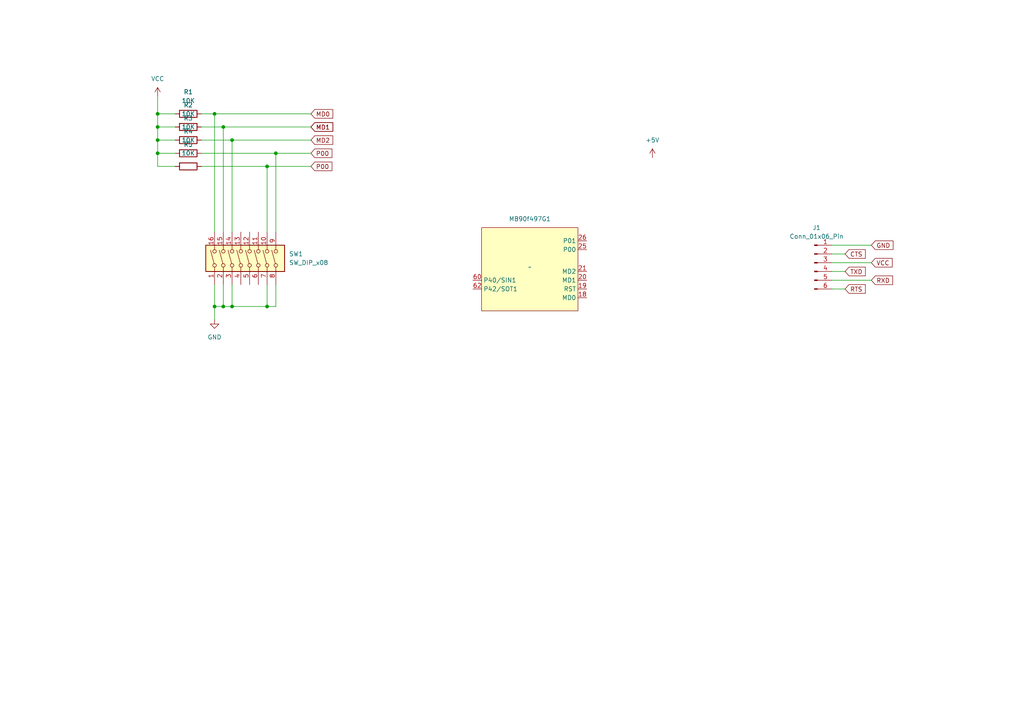
<source format=kicad_sch>
(kicad_sch (version 20230121) (generator eeschema)
  (paper "A4")
  (lib_symbols
    (symbol "Connector:Conn_01x06_Pin" (pin_names (offset 1.016) hide)
      (property "Reference" "J" (at 0 7.62 0))
      (property "Value" "Conn_01x06_Pin" (at 0 -10.16 0))
      (symbol "Conn_01x06_Pin_1_1"
        (polyline (pts (xy 1.27 -7.62) (xy 0.8636 -7.62)) (stroke (width 0.1524)))
        (polyline (pts (xy 1.27 -5.08) (xy 0.8636 -5.08)) (stroke (width 0.1524)))
        (polyline (pts (xy 1.27 -2.54) (xy 0.8636 -2.54)) (stroke (width 0.1524)))
        (polyline (pts (xy 1.27 0) (xy 0.8636 0)) (stroke (width 0.1524)))
        (polyline (pts (xy 1.27 2.54) (xy 0.8636 2.54)) (stroke (width 0.1524)))
        (polyline (pts (xy 1.27 5.08) (xy 0.8636 5.08)) (stroke (width 0.1524)))
        (rectangle (start 0.8636 -7.493) (end 0 -7.747) (stroke (width 0.1524)) (fill (type outline)))
        (rectangle (start 0.8636 -4.953) (end 0 -5.207) (stroke (width 0.1524)) (fill (type outline)))
        (rectangle (start 0.8636 -2.413) (end 0 -2.667) (stroke (width 0.1524)) (fill (type outline)))
        (rectangle (start 0.8636 0.127) (end 0 -0.127) (stroke (width 0.1524)) (fill (type outline)))
        (rectangle (start 0.8636 2.667) (end 0 2.413) (stroke (width 0.1524)) (fill (type outline)))
        (rectangle (start 0.8636 5.207) (end 0 4.953) (stroke (width 0.1524)) (fill (type outline)))
        (pin passive line (at 5.08 5.08 180) (length 3.81) (name "Pin_1") (number "1"))
        (pin passive line (at 5.08 2.54 180) (length 3.81) (name "Pin_2") (number "2"))
        (pin passive line (at 5.08 0 180) (length 3.81) (name "Pin_3") (number "3"))
        (pin passive line (at 5.08 -2.54 180) (length 3.81) (name "Pin_4") (number "4"))
        (pin passive line (at 5.08 -5.08 180) (length 3.81) (name "Pin_5") (number "5"))
        (pin passive line (at 5.08 -7.62 180) (length 3.81) (name "Pin_6") (number "6"))
      )
    )
    (symbol "Device:R" (pin_numbers hide) (pin_names (offset 0))
      (property "Reference" "R" (at 2.032 0 90))
      (property "Value" "R" (at 0 0 90))
      (symbol "R_0_1"
        (rectangle (start -1.016 -2.54) (end 1.016 2.54) (stroke (width 0.254)))
      )
      (symbol "R_1_1"
        (pin passive line (at 0 3.81 270) (length 1.27) (name "~") (number "1"))
        (pin passive line (at 0 -3.81 90) (length 1.27) (name "~") (number "2"))
      )
    )
    (symbol "Library:MB90f497G"
      (property "Reference" "MB90f497G" (at 0 15.24 0))
      (symbol "MB90f497G_1_1"
        (rectangle (start -13.97 11.43) (end 13.97 -12.7) (fill (type background)))
        (pin input line (at 16.51 -8.89 180) (length 2.54) (name "MD0") (number "18"))
        (pin input line (at 16.51 -6.35 180) (length 2.54) (name "RST") (number "19"))
        (pin input line (at 16.51 -3.81 180) (length 2.54) (name "MD1") (number "20"))
        (pin input line (at 16.51 -1.27 180) (length 2.54) (name "MD2") (number "21"))
        (pin input line (at 16.51 5.08 180) (length 2.54) (name "P00") (number "25"))
        (pin input line (at 16.51 7.62 180) (length 2.54) (name "P01") (number "26"))
        (pin input line (at -16.51 -3.81 0) (length 2.54) (name "P40/SIN1") (number "60"))
        (pin input line (at -16.51 -6.35 0) (length 2.54) (name "P42/SOT1") (number "62"))
      )
    )
    (symbol "Switch:SW_DIP_x08" (pin_names (offset 0) hide)
      (property "Reference" "SW" (at 0 13.97 0))
      (property "Value" "SW_DIP_x08" (at 0 -11.43 0))
      (symbol "SW_DIP_x08_0_0"
        (circle (center -2.032 -7.62) (radius 0.508))
        (circle (center -2.032 -5.08) (radius 0.508))
        (circle (center -2.032 -2.54) (radius 0.508))
        (circle (center -2.032 0) (radius 0.508))
        (circle (center -2.032 2.54) (radius 0.508))
        (circle (center -2.032 5.08) (radius 0.508))
        (circle (center -2.032 7.62) (radius 0.508))
        (circle (center -2.032 10.16) (radius 0.508))
        (polyline (pts (xy -1.524 -7.4676) (xy 2.3622 -6.4262)))
        (polyline (pts (xy -1.524 -4.9276) (xy 2.3622 -3.8862)))
        (polyline (pts (xy -1.524 -2.3876) (xy 2.3622 -1.3462)))
        (polyline (pts (xy -1.524 0.127) (xy 2.3622 1.1684)))
        (polyline (pts (xy -1.524 2.667) (xy 2.3622 3.7084)))
        (polyline (pts (xy -1.524 5.207) (xy 2.3622 6.2484)))
        (polyline (pts (xy -1.524 7.747) (xy 2.3622 8.7884)))
        (polyline (pts (xy -1.524 10.287) (xy 2.3622 11.3284)))
        (circle (center 2.032 -7.62) (radius 0.508))
        (circle (center 2.032 -5.08) (radius 0.508))
        (circle (center 2.032 -2.54) (radius 0.508))
        (circle (center 2.032 0) (radius 0.508))
        (circle (center 2.032 2.54) (radius 0.508))
        (circle (center 2.032 5.08) (radius 0.508))
        (circle (center 2.032 7.62) (radius 0.508))
        (circle (center 2.032 10.16) (radius 0.508))
      )
      (symbol "SW_DIP_x08_0_1"
        (rectangle (start -3.81 12.7) (end 3.81 -10.16) (stroke (width 0.254)) (fill (type background)))
      )
      (symbol "SW_DIP_x08_1_1"
        (pin passive line (at -7.62 10.16 0) (length 5.08) (name "~") (number "1"))
        (pin passive line (at 7.62 -5.08 180) (length 5.08) (name "~") (number "10"))
        (pin passive line (at 7.62 -2.54 180) (length 5.08) (name "~") (number "11"))
        (pin passive line (at 7.62 0 180) (length 5.08) (name "~") (number "12"))
        (pin passive line (at 7.62 2.54 180) (length 5.08) (name "~") (number "13"))
        (pin passive line (at 7.62 5.08 180) (length 5.08) (name "~") (number "14"))
        (pin passive line (at 7.62 7.62 180) (length 5.08) (name "~") (number "15"))
        (pin passive line (at 7.62 10.16 180) (length 5.08) (name "~") (number "16"))
        (pin passive line (at -7.62 7.62 0) (length 5.08) (name "~") (number "2"))
        (pin passive line (at -7.62 5.08 0) (length 5.08) (name "~") (number "3"))
        (pin passive line (at -7.62 2.54 0) (length 5.08) (name "~") (number "4"))
        (pin passive line (at -7.62 0 0) (length 5.08) (name "~") (number "5"))
        (pin passive line (at -7.62 -2.54 0) (length 5.08) (name "~") (number "6"))
        (pin passive line (at -7.62 -5.08 0) (length 5.08) (name "~") (number "7"))
        (pin passive line (at -7.62 -7.62 0) (length 5.08) (name "~") (number "8"))
        (pin passive line (at 7.62 -7.62 180) (length 5.08) (name "~") (number "9"))
      )
    )
    (symbol "power:+5V" (power) (pin_names (offset 0))
      (property "Value" "+5V" (at 0 3.556 0))
      (symbol "+5V_0_1"
        (polyline (pts (xy -0.762 1.27) (xy 0 2.54)))
        (polyline (pts (xy 0 0) (xy 0 2.54)))
        (polyline (pts (xy 0 2.54) (xy 0.762 1.27)))
      )
      (symbol "+5V_1_1"
        (pin power_in line (at 0 0 90) (length 0) hide (name "+5V") (number "1"))
      )
    )
    (symbol "power:GND" (power) (pin_names (offset 0))
      (property "Value" "GND" (at 0 -3.81 0))
      (symbol "GND_0_1"
        (polyline (pts (xy 0 0) (xy 0 -1.27) (xy 1.27 -1.27) (xy 0 -2.54) (xy -1.27 -1.27) (xy 0 -1.27)))
      )
      (symbol "GND_1_1"
        (pin power_in line (at 0 0 270) (length 0) hide (name "GND") (number "1"))
      )
    )
    (symbol "power:VCC" (power) (pin_names (offset 0))
      (property "Value" "VCC" (at 0 3.81 0))
      (symbol "VCC_0_1"
        (polyline (pts (xy -0.762 1.27) (xy 0 2.54)))
        (polyline (pts (xy 0 0) (xy 0 2.54)))
        (polyline (pts (xy 0 2.54) (xy 0.762 1.27)))
      )
      (symbol "VCC_1_1"
        (pin power_in line (at 0 0 90) (length 0) hide (name "VCC") (number "1"))
      )
    )
  )
  (junction (at 45.72 40.64))
  (junction (at 77.47 88.9))
  (junction (at 45.72 44.45))
  (junction (at 45.72 33.02))
  (junction (at 64.77 88.9))
  (junction (at 62.23 88.9))
  (junction (at 64.77 36.83))
  (junction (at 45.72 36.83))
  (junction (at 77.47 48.26))
  (junction (at 80.01 44.45))
  (junction (at 67.31 88.9))
  (junction (at 67.31 40.64))
  (junction (at 62.23 33.02))
  (wire (pts (xy 67.31 40.64) (xy 67.31 67.31)))
  (wire (pts (xy 45.72 33.02) (xy 50.8 33.02)))
  (wire (pts (xy 45.72 27.94) (xy 45.72 33.02)))
  (wire (pts (xy 45.72 44.45) (xy 45.72 48.26)))
  (wire (pts (xy 80.01 44.45) (xy 80.01 67.31)))
  (wire (pts (xy 45.72 36.83) (xy 50.8 36.83)))
  (wire (pts (xy 77.47 82.55) (xy 77.47 88.9)))
  (wire (pts (xy 62.23 82.55) (xy 62.23 88.9)))
  (wire (pts (xy 252.73 76.2) (xy 241.3 76.2)))
  (wire (pts (xy 67.31 88.9) (xy 64.77 88.9)))
  (wire (pts (xy 62.23 33.02) (xy 62.23 67.31)))
  (wire (pts (xy 58.42 48.26) (xy 77.47 48.26)))
  (wire (pts (xy 45.72 36.83) (xy 45.72 40.64)))
  (wire (pts (xy 45.72 40.64) (xy 50.8 40.64)))
  (wire (pts (xy 58.42 40.64) (xy 67.31 40.64)))
  (wire (pts (xy 77.47 48.26) (xy 77.47 67.31)))
  (wire (pts (xy 58.42 44.45) (xy 80.01 44.45)))
  (wire (pts (xy 77.47 48.26) (xy 90.17 48.26)))
  (wire (pts (xy 245.11 78.74) (xy 241.3 78.74)))
  (wire (pts (xy 45.72 44.45) (xy 50.8 44.45)))
  (wire (pts (xy 80.01 82.55) (xy 80.01 88.9)))
  (wire (pts (xy 58.42 36.83) (xy 64.77 36.83)))
  (wire (pts (xy 62.23 33.02) (xy 90.17 33.02)))
  (wire (pts (xy 80.01 44.45) (xy 90.17 44.45)))
  (wire (pts (xy 77.47 88.9) (xy 67.31 88.9)))
  (wire (pts (xy 245.11 83.82) (xy 241.3 83.82)))
  (wire (pts (xy 64.77 82.55) (xy 64.77 88.9)))
  (wire (pts (xy 45.72 48.26) (xy 50.8 48.26)))
  (wire (pts (xy 64.77 88.9) (xy 62.23 88.9)))
  (wire (pts (xy 252.73 71.12) (xy 241.3 71.12)))
  (wire (pts (xy 67.31 40.64) (xy 90.17 40.64)))
  (wire (pts (xy 62.23 88.9) (xy 62.23 92.71)))
  (wire (pts (xy 67.31 82.55) (xy 67.31 88.9)))
  (wire (pts (xy 64.77 36.83) (xy 90.17 36.83)))
  (wire (pts (xy 58.42 33.02) (xy 62.23 33.02)))
  (wire (pts (xy 245.11 73.66) (xy 241.3 73.66)))
  (wire (pts (xy 45.72 33.02) (xy 45.72 36.83)))
  (wire (pts (xy 64.77 36.83) (xy 64.77 67.31)))
  (wire (pts (xy 45.72 40.64) (xy 45.72 44.45)))
  (wire (pts (xy 252.73 81.28) (xy 241.3 81.28)))
  (wire (pts (xy 80.01 88.9) (xy 77.47 88.9)))
  (global_label "TXD" (shape input) (at 245.11 78.74 0) (property "Intersheetrefs" "${INTERSHEET_REFS}" (effects hide)))
  (global_label "MD1" (shape input) (at 90.17 36.83 0) (property "Intersheetrefs" "${INTERSHEET_REFS}" (effects hide)))
  (global_label "RXD" (shape input) (at 252.73 81.28 0) (property "Intersheetrefs" "${INTERSHEET_REFS}" (effects hide)))
  (global_label "GND" (shape input) (at 252.73 71.12 0) (property "Intersheetrefs" "${INTERSHEET_REFS}" (effects hide)))
  (global_label "MD0" (shape input) (at 90.17 33.02 0) (property "Intersheetrefs" "${INTERSHEET_REFS}" (effects hide)))
  (global_label "P00" (shape input) (at 90.17 44.45 0) (property "Intersheetrefs" "${INTERSHEET_REFS}" (effects hide)))
  (global_label "CTS" (shape input) (at 245.11 73.66 0) (property "Intersheetrefs" "${INTERSHEET_REFS}" (effects hide)))
  (global_label "P00" (shape input) (at 90.17 48.26 0) (property "Intersheetrefs" "${INTERSHEET_REFS}" (effects hide)))
  (global_label "RTS" (shape input) (at 245.11 83.82 0) (property "Intersheetrefs" "${INTERSHEET_REFS}" (effects hide)))
  (global_label "MD1" (shape input) (at 90.17 36.83 0) (property "Intersheetrefs" "${INTERSHEET_REFS}" (effects hide)))
  (global_label "VCC" (shape input) (at 252.73 76.2 0) (property "Intersheetrefs" "${INTERSHEET_REFS}" (effects hide)))
  (global_label "MD2" (shape input) (at 90.17 40.64 0) (property "Intersheetrefs" "${INTERSHEET_REFS}" (effects hide)))
  (symbol (lib_id "Device:R") (at 54.61 36.83 90) (unit 1)
    (property "Reference" "R2" (at 54.61 30.48 90))
    (property "Value" "10K" (at 54.61 33.02 90))
    (property "Footprint" "Resistor_THT:R_Axial_DIN0207_L6.3mm_D2.5mm_P10.16mm_Horizontal" (effects hide))
  )
  (symbol (lib_id "Connector:Conn_01x06_Pin") (at 236.22 76.2 0) (unit 1)
    (property "Reference" "J1" (at 236.855 66.04 0))
    (property "Value" "Conn_01x06_Pin" (at 236.855 68.58 0))
    (property "Footprint" "Connector_PinHeader_2.54mm:PinHeader_1x06_P2.54mm_Vertical" (effects hide))
  )
  (symbol (lib_id "Device:R") (at 54.61 44.45 90) (unit 1)
    (property "Reference" "R4" (at 54.61 38.1 90))
    (property "Value" "10K" (at 54.61 40.64 90))
    (property "Footprint" "Resistor_THT:R_Axial_DIN0207_L6.3mm_D2.5mm_P10.16mm_Horizontal" (effects hide))
  )
  (symbol (lib_id "power:GND") (at 62.23 92.71 0) (unit 1)
    (property "Reference" "#PWR03" (effects hide))
    (property "Value" "GND" (at 62.23 97.79 0))
  )
  (symbol (lib_id "power:VCC") (at 45.72 27.94 0) (unit 1)
    (property "Reference" "#PWR01" (effects hide))
    (property "Value" "VCC" (at 45.72 22.86 0))
  )
  (symbol (lib_id "Device:R") (at 54.61 40.64 90) (unit 1)
    (property "Reference" "R3" (at 54.61 34.29 90))
    (property "Value" "10K" (at 54.61 36.83 90))
    (property "Footprint" "Resistor_THT:R_Axial_DIN0207_L6.3mm_D2.5mm_P10.16mm_Horizontal" (effects hide))
  )
  (symbol (lib_id "Library:MB90f497G") (at 153.67 77.47 0) (unit 1)
    (property "Reference" "MB90f497G1" (at 153.67 63.5 0))
    (property "Value" "~" (at 153.67 77.47 0))
  )
  (symbol (lib_id "Device:R") (at 54.61 33.02 90) (unit 1)
    (property "Reference" "R1" (at 54.61 26.67 90))
    (property "Value" "10K" (at 54.61 29.21 90))
    (property "Footprint" "Resistor_THT:R_Axial_DIN0207_L6.3mm_D2.5mm_P10.16mm_Horizontal" (effects hide))
  )
  (symbol (lib_id "Device:R") (at 54.61 48.26 90) (unit 1)
    (property "Reference" "R5" (at 54.61 41.91 90))
    (property "Value" "10K" (at 54.61 44.45 90))
    (property "Footprint" "Resistor_THT:R_Axial_DIN0207_L6.3mm_D2.5mm_P10.16mm_Horizontal" (effects hide))
  )
  (symbol (lib_id "power:+5V") (at 189.23 45.72 0) (unit 1)
    (property "Reference" "#PWR02" (effects hide))
    (property "Value" "+5V" (at 189.23 40.64 0))
  )
  (symbol (lib_id "Switch:SW_DIP_x08") (at 72.39 74.93 90) (unit 1)
    (property "Reference" "SW1" (at 83.82 73.66 90) (effects (justify right)))
    (property "Value" "SW_DIP_x08" (at 83.82 76.2 90) (effects (justify right)))
    (property "Footprint" "Button_Switch_THT:SW_DIP_SPSTx08_Slide_9.78x22.5mm_W7.62mm_P2.54mm" (effects hide))
  )
)
</source>
